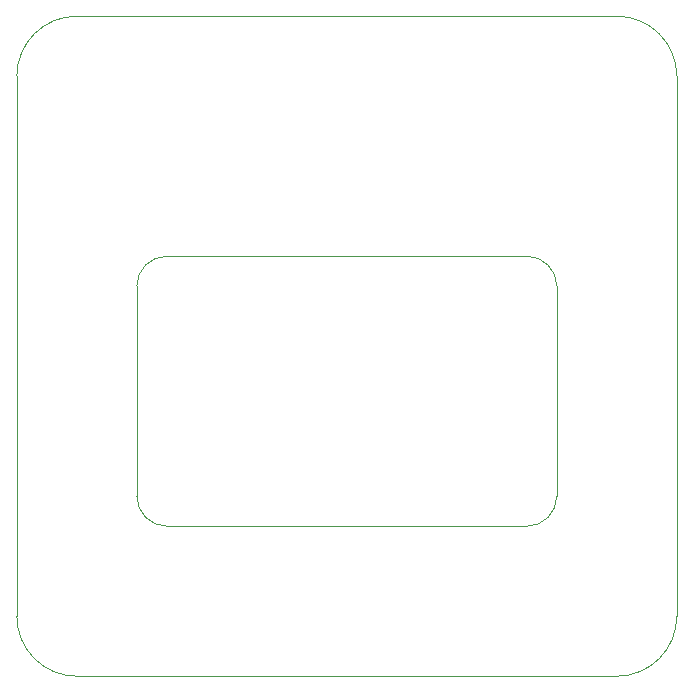
<source format=gbr>
G04 #@! TF.GenerationSoftware,KiCad,Pcbnew,5.1.6-c6e7f7d~86~ubuntu18.04.1*
G04 #@! TF.CreationDate,2020-06-12T21:41:03+02:00*
G04 #@! TF.ProjectId,printplaat,7072696e-7470-46c6-9161-742e6b696361,rev?*
G04 #@! TF.SameCoordinates,Original*
G04 #@! TF.FileFunction,Profile,NP*
%FSLAX46Y46*%
G04 Gerber Fmt 4.6, Leading zero omitted, Abs format (unit mm)*
G04 Created by KiCad (PCBNEW 5.1.6-c6e7f7d~86~ubuntu18.04.1) date 2020-06-12 21:41:03*
%MOMM*%
%LPD*%
G01*
G04 APERTURE LIST*
G04 #@! TA.AperFunction,Profile*
%ADD10C,0.050000*%
G04 #@! TD*
G04 APERTURE END LIST*
D10*
X107950000Y-157480000D02*
X138430000Y-157480000D01*
X138430000Y-134620000D02*
X107950000Y-134620000D01*
X105410000Y-137160000D02*
X105410000Y-154940000D01*
X140970000Y-137160000D02*
X140970000Y-154940000D01*
X146050000Y-170180000D02*
X100330000Y-170180000D01*
X95250000Y-165100000D02*
X95250000Y-119380000D01*
X100330000Y-114300000D02*
X146050000Y-114300000D01*
X151130000Y-119380000D02*
X151130000Y-165100000D01*
X140970000Y-154940000D02*
G75*
G02*
X138430000Y-157480000I-2540000J0D01*
G01*
X107950000Y-157480000D02*
G75*
G02*
X105410000Y-154940000I0J2540000D01*
G01*
X105410000Y-137160000D02*
G75*
G02*
X107950000Y-134620000I2540000J0D01*
G01*
X138430000Y-134620000D02*
G75*
G02*
X140970000Y-137160000I0J-2540000D01*
G01*
X146050000Y-114300000D02*
G75*
G02*
X151130000Y-119380000I0J-5080000D01*
G01*
X95250000Y-119380000D02*
G75*
G02*
X100330000Y-114300000I5080000J0D01*
G01*
X100330000Y-170180000D02*
G75*
G02*
X95250000Y-165100000I0J5080000D01*
G01*
X151130000Y-165100000D02*
G75*
G02*
X146050000Y-170180000I-5080000J0D01*
G01*
M02*

</source>
